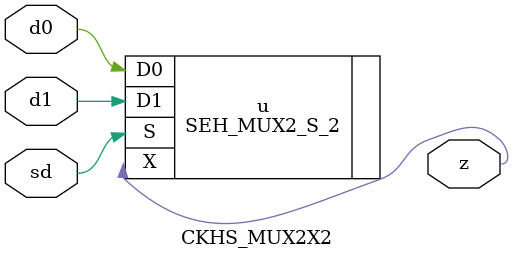
<source format=v>
`include "defines2.v"
`timescale 1 ns / 1 ps
module CKHS_MUX2X2
  (
   output z,
   input  d1,
   input  d0,
   input  sd
   );

`ifdef SYNTHESIS   
   SEH_MUX2_S_2 u
     (.X	(z),
      .D1	(d1),
      .D0	(d0),
      .S	(sd)
      );
   
   // synopsys dc_script_begin
   // set_dont_touch u true
   // synopsys dc_script_end

`else // !`ifdef SYNTHESIS

   assign z = sd ? d1 : d0;

`endif

endmodule // CKHS_MUX2X2

</source>
